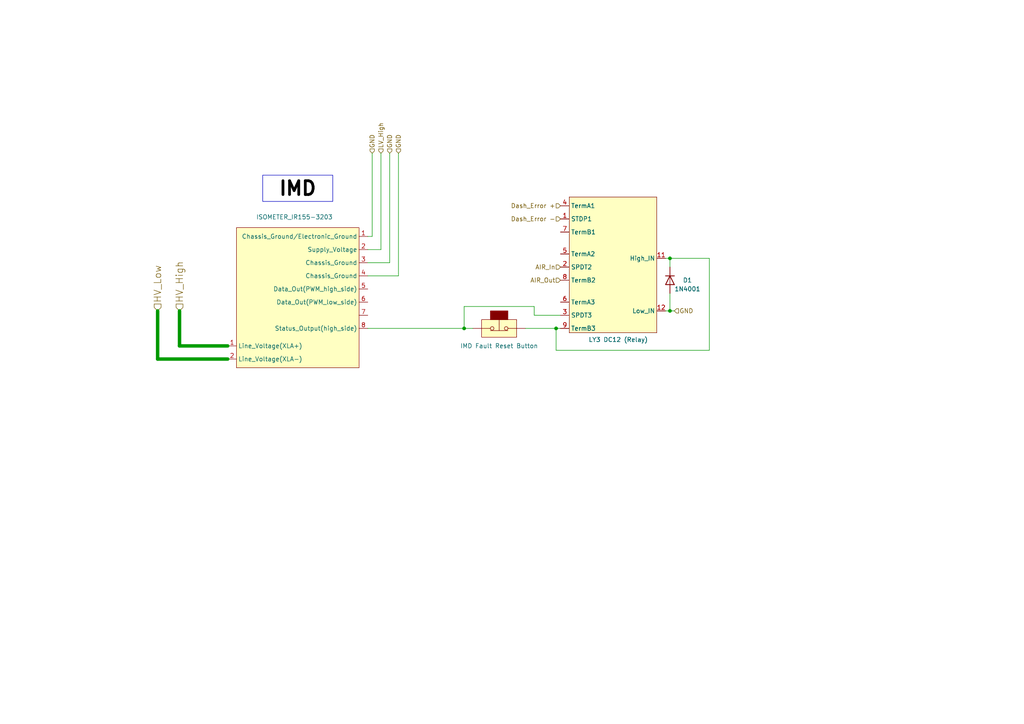
<source format=kicad_sch>
(kicad_sch (version 20230121) (generator eeschema)
  (paper "A4")
  (lib_symbols
    (symbol "CamachosSymbols:Safety Switch" (pin_numbers hide) (pin_names (offset 1.016) hide)
      (property "Reference" "SW?" (at 0 7.62 0))
      (property "Value" "Safety Switch" (at 0 6.35 0))
      (symbol "Safety Switch_0_1"
        (rectangle (start -5.08 2.54) (end 5.08 -2.54) (fill (type background)))
        (circle (center -2.032 0) (radius 0.508))
        (polyline (pts (xy -5.08 0) (xy -2.54 0)))
        (polyline (pts (xy -2.54 -0.635) (xy 2.54 -0.635)))
        (polyline (pts (xy 0 -0.635) (xy 0 1.27)))
        (polyline (pts (xy 0 1.27) (xy 0 2.54)))
        (polyline (pts (xy 2.54 0) (xy 5.08 0)))
        (polyline (pts (xy -2.54 2.54) (xy -2.54 5.08) (xy 2.54 5.08) (xy 2.54 2.54) (xy -2.54 2.54)) (fill (type outline)))
        (circle (center 2.032 0) (radius 0.508))
        (pin passive line (at -7.62 0 0) (length 2.54) (name "A") (number "1"))
      )
      (symbol "Safety Switch_1_1"
        (pin passive line (at 7.62 0 180) (length 2.54) (name "B") (number "2"))
      )
    )
    (symbol "Diode:1N4001" (pin_numbers hide) (pin_names hide)
      (property "Reference" "D" (at 0 2.54 0))
      (property "Value" "1N4001" (at 0 -2.54 0))
      (symbol "1N4001_0_1"
        (polyline (pts (xy -1.27 1.27) (xy -1.27 -1.27)) (stroke (width 0.254)))
        (polyline (pts (xy 1.27 0) (xy -1.27 0)))
        (polyline (pts (xy 1.27 1.27) (xy 1.27 -1.27) (xy -1.27 0) (xy 1.27 1.27)) (stroke (width 0.254)))
      )
      (symbol "1N4001_1_1"
        (pin passive line (at -3.81 0 0) (length 2.54) (name "K") (number "1"))
        (pin passive line (at 3.81 0 180) (length 2.54) (name "A") (number "2"))
      )
    )
    (symbol "Sevcon_Gen4_Size6_1"
      (property "Value" "ISOMETER_IR155-3203" (at 10.16 17.78 0))
      (symbol "Sevcon_Gen4_Size6_1_0_1"
        (rectangle (start -17.78 13.97) (end 17.78 -26.67) (fill (type background)))
      )
      (symbol "Sevcon_Gen4_Size6_1_1_1"
        (pin passive line (at 20.32 11.43 180) (length 2.54) (name "Chassis_Ground/Electronic_Ground") (number "1"))
        (pin passive line (at -20.32 -20.32 0) (length 2.54) (name "Line_Voltage(XLA+)") (number "1"))
        (pin passive line (at -20.32 -24.13 0) (length 2.54) (name "Line_Voltage(XLA-)") (number "2"))
        (pin passive line (at 20.32 7.62 180) (length 2.54) (name "Supply_Voltage") (number "2"))
        (pin passive line (at 20.32 3.81 180) (length 2.54) (name "Chassis_Ground") (number "3"))
        (pin passive line (at 20.32 0 180) (length 2.54) (name "Chassis_Ground") (number "4"))
        (pin passive line (at 20.32 -3.81 180) (length 2.54) (name "Data_Out(PWM_high_side)") (number "5"))
        (pin passive line (at 20.32 -7.62 180) (length 2.54) (name "Data_Out(PWM_low_side)") (number "6"))
        (pin passive line (at 20.32 -11.43 180) (length 2.54) (name "") (number "7"))
        (pin passive line (at 20.32 -15.24 180) (length 2.54) (name "Status_Output(high_side)") (number "8"))
      )
    )
    (symbol "Sevcon_Gen4_Size6_3"
      (property "Value" "LY3 DC12 (Relay)" (at 5.08 -26.67 0))
      (symbol "Sevcon_Gen4_Size6_3_0_1"
        (rectangle (start -17.78 13.97) (end 7.62 -25.4) (fill (type background)))
      )
      (symbol "Sevcon_Gen4_Size6_3_1_1"
        (pin passive line (at -20.32 7.62 0) (length 2.54) (name "STDP1") (number "1"))
        (pin passive line (at 10.16 -3.81 180) (length 2.54) (name "High_IN") (number "11"))
        (pin passive line (at 10.16 -19.05 180) (length 2.54) (name "Low_IN") (number "12"))
        (pin passive line (at -20.32 -6.35 0) (length 2.54) (name "SPDT2") (number "2"))
        (pin passive line (at -20.32 -20.32 0) (length 2.54) (name "SPDT3") (number "3"))
        (pin passive line (at -20.32 11.43 0) (length 2.54) (name "TermA1") (number "4"))
        (pin passive line (at -20.32 -2.54 0) (length 2.54) (name "TermA2") (number "5"))
        (pin passive line (at -20.32 -16.51 0) (length 2.54) (name "TermA3") (number "6"))
        (pin passive line (at -20.32 3.81 0) (length 2.54) (name "TermB1") (number "7"))
        (pin passive line (at -20.32 -10.16 0) (length 2.54) (name "TermB2") (number "8"))
        (pin passive line (at -20.32 -24.13 0) (length 2.54) (name "TermB3") (number "9"))
      )
    )
  )
  (junction (at 194.31 90.17))
  (junction (at 161.29 95.25))
  (junction (at 194.31 74.93))
  (junction (at 134.62 95.25))
  (wire (pts (xy 106.68 72.39) (xy 110.49 72.39)))
  (wire (pts (xy 52.07 100.33) (xy 66.04 100.33)) (stroke (width 1)))
  (wire (pts (xy 134.62 88.9) (xy 154.94 88.9)))
  (wire (pts (xy 194.31 90.17) (xy 194.31 85.09)))
  (wire (pts (xy 106.68 68.58) (xy 107.95 68.58)))
  (wire (pts (xy 193.04 90.17) (xy 194.31 90.17)))
  (wire (pts (xy 194.31 77.47) (xy 194.31 74.93)))
  (wire (pts (xy 161.29 101.6) (xy 205.74 101.6)))
  (wire (pts (xy 134.62 95.25) (xy 137.16 95.25)))
  (wire (pts (xy 113.03 44.45) (xy 113.03 76.2)))
  (wire (pts (xy 161.29 95.25) (xy 161.29 101.6)))
  (wire (pts (xy 161.29 95.25) (xy 162.56 95.25)))
  (wire (pts (xy 205.74 74.93) (xy 205.74 101.6)))
  (wire (pts (xy 194.31 74.93) (xy 205.74 74.93)))
  (wire (pts (xy 106.68 80.01) (xy 115.57 80.01)))
  (wire (pts (xy 106.68 76.2) (xy 113.03 76.2)))
  (wire (pts (xy 154.94 88.9) (xy 154.94 91.44)))
  (wire (pts (xy 154.94 91.44) (xy 162.56 91.44)))
  (wire (pts (xy 45.72 90.17) (xy 45.72 104.14)) (stroke (width 1)))
  (wire (pts (xy 66.04 104.14) (xy 45.72 104.14)) (stroke (width 1)))
  (wire (pts (xy 52.07 90.17) (xy 52.07 100.33)) (stroke (width 1)))
  (wire (pts (xy 115.57 44.45) (xy 115.57 80.01)))
  (wire (pts (xy 110.49 44.45) (xy 110.49 72.39)))
  (wire (pts (xy 152.4 95.25) (xy 161.29 95.25)))
  (wire (pts (xy 194.31 90.17) (xy 195.58 90.17)))
  (wire (pts (xy 106.68 95.25) (xy 134.62 95.25)))
  (wire (pts (xy 107.95 68.58) (xy 107.95 44.45)))
  (wire (pts (xy 134.62 95.25) (xy 134.62 88.9)))
  (wire (pts (xy 193.04 74.93) (xy 194.31 74.93)))
  (text_box "IMD" (at 76.2 50.8 0) (size 20.32 7.62) (effects (font (size 4 4) (thickness 0.8) bold)))
  (hierarchical_label "LV_High" (shape input) (at 110.49 44.45 90))
  (hierarchical_label "AIR_In" (shape input) (at 162.56 77.47 180))
  (hierarchical_label "GND" (shape input) (at 107.95 44.45 90))
  (hierarchical_label "Dash_Error +" (shape input) (at 162.56 59.69 180))
  (hierarchical_label "HV_Low" (shape input) (at 45.72 90.17 90) (effects (font (size 2 2))))
  (hierarchical_label "GND" (shape input) (at 195.58 90.17 0))
  (hierarchical_label "AIR_Out" (shape input) (at 162.56 81.28 180))
  (hierarchical_label "GND" (shape input) (at 115.57 44.45 90))
  (hierarchical_label "Dash_Error -" (shape input) (at 162.56 63.5 180))
  (hierarchical_label "HV_High" (shape input) (at 52.07 90.17 90) (effects (font (size 2 2))))
  (hierarchical_label "GND" (shape input) (at 113.03 44.45 90))
  (symbol (lib_id "Diode:1N4001") (at 194.31 81.28 270) (unit 1)
    (property "Reference" "D1" (at 199.39 81.28 90))
    (property "Value" "1N4001" (at 199.39 83.82 90))
    (property "Footprint" "Diode_THT:D_DO-41_SOD81_P10.16mm_Horizontal" (effects hide))
    (property "Datasheet" "http://www.vishay.com/docs/88503/1n4001.pdf" (effects hide))
    (property "Sim.Device" "D" (effects hide))
    (property "Sim.Pins" "1=K 2=A" (effects hide))
  )
  (symbol (lib_id "CamachosSymbols:Safety Switch") (at 144.78 95.25 0) (unit 1)
    (property "Reference" "SW?" (effects hide))
    (property "Value" "IMD Fault Reset Button" (at 144.78 100.33 0))
    (instances (project "Car_TractiveSystem_v2" (path "" (reference "SW?") (unit 1)) (path "" (reference "SW7") (unit 1)) (path "" (reference "SW8") (unit 1))))
  )
  (symbol (lib_name "Sevcon_Gen4_Size6_1") (lib_id "CamachosSymbols:Sevcon_Gen4_Size6") (at 86.36 80.01 0) (unit 1)
    (property "Reference" "U?" (effects hide))
    (property "Value" "ISOMETER_IR155-3203" (at 96.52 62.23 0) (effects (justify right top)))
    (instances (project "Car_TractiveSystem_v2" (path "" (reference "U?") (unit 1)) (path "" (reference "U4") (unit 1)) (path "" (reference "U5") (unit 1))))
  )
  (symbol (lib_name "Sevcon_Gen4_Size6_3") (lib_id "CamachosSymbols:Sevcon_Gen4_Size6") (at 182.88 71.12 0) (unit 1)
    (property "Reference" "U?" (effects hide))
    (property "Value" "LY3 DC12 (Relay)" (at 187.96 97.79 0) (effects (justify right top)))
    (instances (project "Car_TractiveSystem_v2" (path "" (reference "U?") (unit 1)) (path "" (reference "3_WAY_SPDT") (unit 1)) (path "" (reference "U3") (unit 1))))
  )
)
</source>
